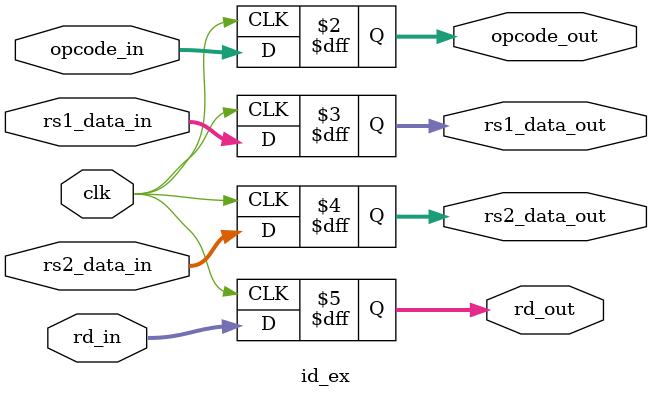
<source format=v>
module id_ex (
    input clk,
    input [2:0] opcode_in,
    input [7:0] rs1_data_in,
    input [7:0] rs2_data_in,
    input [2:0] rd_in,
    output reg [2:0] opcode_out,
    output reg [7:0] rs1_data_out,
    output reg [7:0] rs2_data_out,
    output reg [2:0] rd_out
);

    always @(posedge clk) begin
        opcode_out     <= opcode_in;
        rs1_data_out   <= rs1_data_in;
        rs2_data_out   <= rs2_data_in;
        rd_out         <= rd_in;
    end
endmodule

</source>
